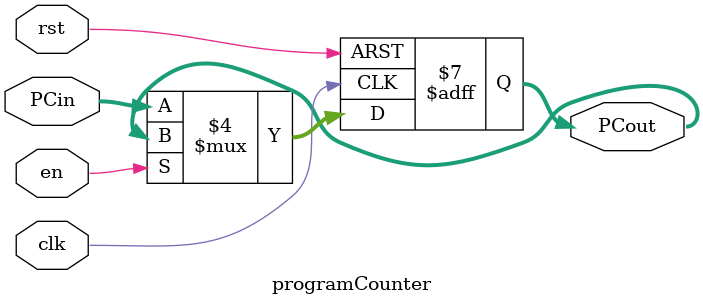
<source format=v>
module programCounter (clk, rst, PCin, PCout,en);
	
	//inputs
	input clk, rst,en;
	input [31:0] PCin;
	reg [1:0]counter;
	//outputs 
	output reg [31:0] PCout;
	
	//Counter logic
	always@(posedge clk, negedge rst) begin
		if(~rst) begin
			PCout <= 0;
			counter=0;
		end
		else begin
			if(~en) begin
				PCout <= PCin;
			end
		end
	end
	
endmodule

</source>
